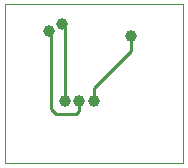
<source format=gbl>
G04 #@! TF.FileFunction,Copper,L2,Bot,Signal*
%FSLAX46Y46*%
G04 Gerber Fmt 4.6, Leading zero omitted, Abs format (unit mm)*
G04 Created by KiCad (PCBNEW 4.0.7) date 01/31/18 20:29:08*
%MOMM*%
%LPD*%
G01*
G04 APERTURE LIST*
%ADD10C,0.152400*%
%ADD11C,0.100000*%
%ADD12C,1.006000*%
%ADD13C,0.250000*%
G04 APERTURE END LIST*
D10*
D11*
X29400000Y-27500000D02*
X14300000Y-27500000D01*
X29400000Y-14000000D02*
X29400000Y-27500000D01*
X14300000Y-14000000D02*
X29400000Y-14000000D01*
X14300000Y-27500000D02*
X14300000Y-14000000D01*
D12*
X24945340Y-16703040D03*
X21841740Y-22205240D03*
X18049240Y-16309340D03*
X20591740Y-22205240D03*
X19341740Y-22205240D03*
X19116040Y-15699740D03*
D13*
X21841740Y-21114740D02*
X24945340Y-18011140D01*
X24945340Y-18011140D02*
X24945340Y-16703040D01*
X21931740Y-22115240D02*
X21841740Y-22205240D01*
X21841740Y-22205240D02*
X21841740Y-21114740D01*
X18176240Y-16944340D02*
X18176240Y-16436340D01*
X20591740Y-23037840D02*
X20309840Y-23319740D01*
X20309840Y-23319740D02*
X18582640Y-23319740D01*
X18582640Y-23319740D02*
X18176240Y-22913340D01*
X18176240Y-22913340D02*
X18176240Y-16944340D01*
X20591740Y-22205240D02*
X20591740Y-23037840D01*
X18176240Y-16436340D02*
X18049240Y-16309340D01*
X20588640Y-22202140D02*
X20551740Y-22202140D01*
X20591740Y-22205240D02*
X20588640Y-22202140D01*
X19341740Y-22205240D02*
X19341740Y-15925440D01*
X19341740Y-15925440D02*
X19116040Y-15699740D01*
X19361740Y-22185240D02*
X19341740Y-22205240D01*
X19341740Y-22205240D02*
X19361740Y-22185240D01*
M02*

</source>
